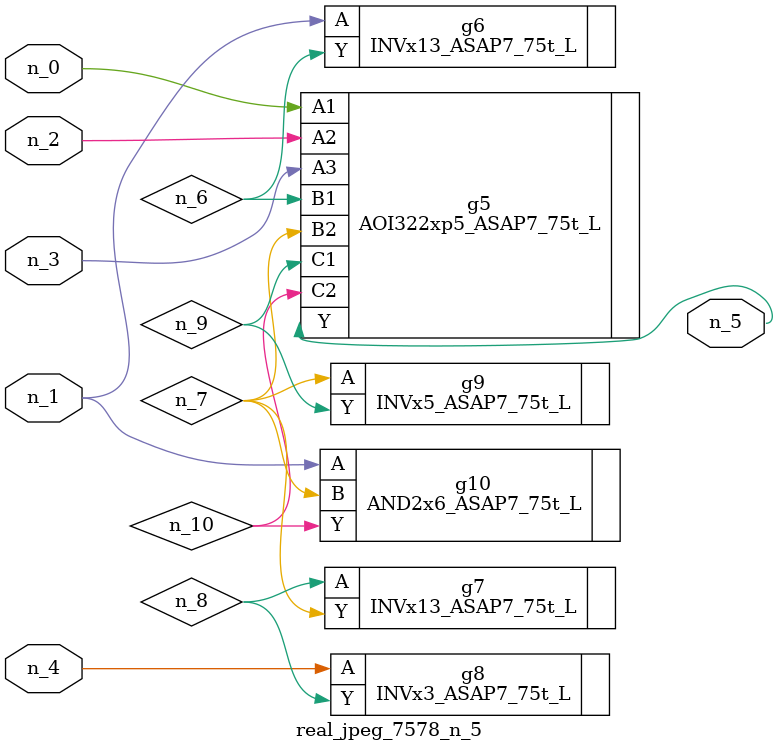
<source format=v>
module real_jpeg_7578_n_5 (n_4, n_0, n_1, n_2, n_3, n_5);

input n_4;
input n_0;
input n_1;
input n_2;
input n_3;

output n_5;

wire n_8;
wire n_6;
wire n_7;
wire n_10;
wire n_9;

AOI322xp5_ASAP7_75t_L g5 ( 
.A1(n_0),
.A2(n_2),
.A3(n_3),
.B1(n_6),
.B2(n_7),
.C1(n_9),
.C2(n_10),
.Y(n_5)
);

INVx13_ASAP7_75t_L g6 ( 
.A(n_1),
.Y(n_6)
);

AND2x6_ASAP7_75t_L g10 ( 
.A(n_1),
.B(n_7),
.Y(n_10)
);

INVx3_ASAP7_75t_L g8 ( 
.A(n_4),
.Y(n_8)
);

INVx5_ASAP7_75t_L g9 ( 
.A(n_7),
.Y(n_9)
);

INVx13_ASAP7_75t_L g7 ( 
.A(n_8),
.Y(n_7)
);


endmodule
</source>
